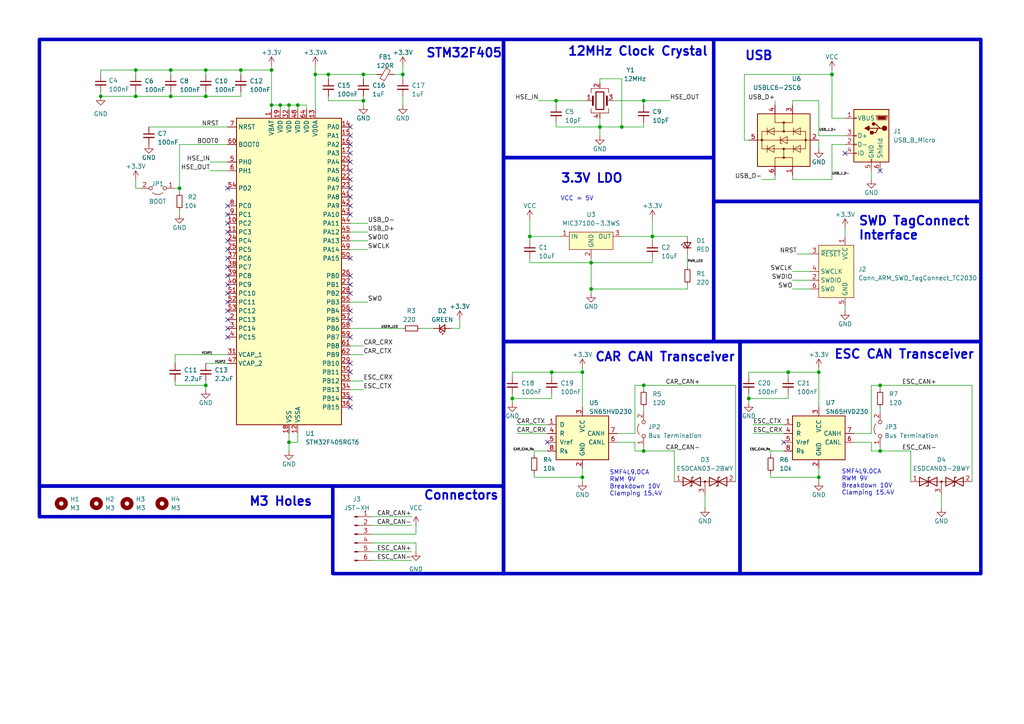
<source format=kicad_sch>
(kicad_sch (version 20250114) (generator "eeschema") (generator_version "9.0")
  (paper "A4")
  (lib_symbols
    (symbol "Connector:Conn_01x06_Pin" (pin_names (offset 1.016) (hide yes))
      (property "Reference" "J" (at 0 7.62 0))
      (property "Value" "Conn_01x06_Pin" (at 0 -10.16 0))
      (symbol "Conn_01x06_Pin_1_1"
        (pin passive line (at 5.08 5.08 180) (length 3.81) (name "Pin_1") (number "1"))
        (pin passive line (at 5.08 2.54 180) (length 3.81) (name "Pin_2") (number "2"))
        (pin passive line (at 5.08 0 180) (length 3.81) (name "Pin_3") (number "3"))
        (pin passive line (at 5.08 -2.54 180) (length 3.81) (name "Pin_4") (number "4"))
        (pin passive line (at 5.08 -5.08 180) (length 3.81) (name "Pin_5") (number "5"))
        (pin passive line (at 5.08 -7.62 180) (length 3.81) (name "Pin_6") (number "6"))
      )
    )
    (symbol "Connector:Conn_ARM_SWD_TagConnect_TC2030" (in_bom no)
      (property "Reference" "J" (at 2.54 11.43 0))
      (property "Value" "Conn_ARM_SWD_TagConnect_TC2030" (at 5.08 8.89 0))
      (symbol "Conn_ARM_SWD_TagConnect_TC2030_0_0"
        (pin power_in line (at -2.54 10.16 270) (length 2.54) (name "VCC") (number "1"))
        (pin power_in line (at -2.54 -10.16 90) (length 2.54) (name "GND") (number "5"))
        (pin open_collector line (at 7.62 5.08 180) (length 2.54) (name "~{RESET}") (number "3"))
        (pin output line (at 7.62 0 180) (length 2.54) (name "SWCLK") (number "4"))
        (pin bidirectional line (at 7.62 -2.54 180) (length 2.54) (name "SWDIO") (number "2"))
        (pin input line (at 7.62 -5.08 180) (length 2.54) (name "SWO") (number "6"))
      )
    )
    (symbol "Connector:USB_B_Micro" (pin_names (offset 1.016))
      (property "Reference" "J" (at -5.08 11.43 0))
      (property "Value" "USB_B_Micro" (at -5.08 8.89 0))
      (symbol "USB_B_Micro_1_1"
        (pin passive line (at -2.54 -10.16 90) (length 2.54) (name "Shield") (number "6"))
        (pin power_out line (at 0 -10.16 90) (length 2.54) (name "GND") (number "5"))
        (pin power_out line (at 7.62 5.08 180) (length 2.54) (name "VBUS") (number "1"))
        (pin bidirectional line (at 7.62 0 180) (length 2.54) (name "D+") (number "3"))
        (pin bidirectional line (at 7.62 -2.54 180) (length 2.54) (name "D-") (number "2"))
        (pin passive line (at 7.62 -5.08 180) (length 2.54) (name "ID") (number "4"))
      )
    )
    (symbol "Device:C_Small" (pin_numbers (hide yes)) (pin_names (offset 0.254) (hide yes))
      (property "Reference" "C" (at 0.254 1.778 0))
      (property "Value" "C_Small" (at 0.254 -2.032 0))
      (symbol "C_Small_1_1"
        (pin passive line (at 0 2.54 270) (length 2.032) (name "~") (number "1"))
        (pin passive line (at 0 -2.54 90) (length 2.032) (name "~") (number "2"))
      )
    )
    (symbol "Device:Crystal_GND24" (pin_names (offset 1.016) (hide yes))
      (property "Reference" "Y" (at 3.175 5.08 0))
      (property "Value" "Crystal_GND24" (at 3.175 3.175 0))
      (symbol "Crystal_GND24_1_1"
        (pin passive line (at -3.81 0 0) (length 1.27) (name "1") (number "1"))
        (pin passive line (at 0 5.08 270) (length 1.27) (name "2") (number "2"))
        (pin passive line (at 0 -5.08 90) (length 1.27) (name "4") (number "4"))
        (pin passive line (at 3.81 0 180) (length 1.27) (name "3") (number "3"))
      )
    )
    (symbol "Device:FerriteBead_Small" (pin_numbers (hide yes)) (pin_names (offset 0))
      (property "Reference" "FB" (at 1.905 1.27 0))
      (property "Value" "FerriteBead_Small" (at 1.905 -1.27 0))
      (symbol "FerriteBead_Small_1_1"
        (pin passive line (at 0 2.54 270) (length 1.27) (name "~") (number "1"))
        (pin passive line (at 0 -2.54 90) (length 1.27) (name "~") (number "2"))
      )
    )
    (symbol "Device:LED_Small" (pin_numbers (hide yes)) (pin_names (offset 0.254) (hide yes))
      (property "Reference" "D" (at -1.27 3.175 0))
      (property "Value" "LED_Small" (at -4.445 -2.54 0))
      (symbol "LED_Small_1_1"
        (pin passive line (at -2.54 0 0) (length 1.778) (name "K") (number "1"))
        (pin passive line (at 2.54 0 180) (length 1.778) (name "A") (number "2"))
      )
    )
    (symbol "Device:R_Small" (pin_numbers (hide yes)) (pin_names (offset 0.254) (hide yes))
      (property "Reference" "R" (at 0.762 0.508 0))
      (property "Value" "R_Small" (at 0.762 -1.016 0))
      (symbol "R_Small_1_1"
        (pin passive line (at 0 2.54 270) (length 0.762) (name "~") (number "1"))
        (pin passive line (at 0 -2.54 90) (length 0.762) (name "~") (number "2"))
      )
    )
    (symbol "Diodes:ESDCAN03-2BWY"
      (property "Reference" "D" (at 19.05 7.62 0))
      (property "Value" "ESDCAN03-2BWY" (at 19.05 5.08 0))
      (symbol "ESDCAN03-2BWY_1_1"
        (pin passive line (at -8.89 0 0) (length 2.54) (name "") (number "1"))
        (pin input line (at 0 -3.81 90) (length 2.54) (name "") (number "3"))
        (pin passive line (at 8.89 0 180) (length 2.54) (name "") (number "2"))
      )
    )
    (symbol "GND_1" (power) (pin_numbers (hide yes)) (pin_names (offset 0) (hide yes))
      (property "Value" "GND" (at 0 -3.81 0))
      (symbol "GND_1_1_1"
        (pin power_in line (at 0 0 270) (length 0) (name "~") (number "1"))
      )
    )
    (symbol "GND_3" (power) (pin_numbers (hide yes)) (pin_names (offset 0) (hide yes))
      (property "Value" "GND" (at 0 -3.81 0))
      (symbol "GND_3_1_1"
        (pin power_in line (at 0 0 270) (length 0) (name "~") (number "1"))
      )
    )
    (symbol "Interface_CAN_LIN:SN65HVD230" (pin_names (offset 1.016))
      (property "Reference" "U" (at -2.54 10.16 0))
      (property "Value" "SN65HVD230" (at -2.54 7.62 0))
      (symbol "SN65HVD230_1_1"
        (pin input line (at -10.16 2.54 0) (length 2.54) (name "D") (number "1"))
        (pin output line (at -10.16 0 0) (length 2.54) (name "R") (number "4"))
        (pin output line (at -10.16 -2.54 0) (length 2.54) (name "Vref") (number "5"))
        (pin input line (at -10.16 -5.08 0) (length 2.54) (name "Rs") (number "8"))
        (pin power_in line (at 0 7.62 270) (length 2.54) (name "VCC") (number "3"))
        (pin power_in line (at 0 -10.16 90) (length 2.54) (name "GND") (number "2"))
        (pin bidirectional line (at 10.16 0 180) (length 2.54) (name "CANH") (number "7"))
        (pin bidirectional line (at 10.16 -2.54 180) (length 2.54) (name "CANL") (number "6"))
      )
    )
    (symbol "Jumper:Jumper_2_Open" (pin_names (offset 0) (hide yes))
      (property "Reference" "JP" (at 0 2.794 0))
      (property "Value" "Jumper_2_Open" (at 0 -2.286 0))
      (symbol "Jumper_2_Open_1_1"
        (pin passive line (at -5.08 0 0) (length 2.54) (name "A") (number "1"))
        (pin passive line (at 5.08 0 180) (length 2.54) (name "B") (number "2"))
      )
    )
    (symbol "Library:MIC37100-3.3WS"
      (property "Reference" "U" (at 0 1.27 0))
      (property "Value" "MIC37100-3.3WS" (at 0 -1.27 0))
      (symbol "MIC37100-3.3WS_1_1"
        (pin power_in line (at -8.89 -3.81 0) (length 2.54) (name "IN") (number "1"))
        (pin power_in line (at 0 -10.16 90) (length 2.54) (name "GND") (number "2"))
        (pin power_out line (at 8.89 -3.81 180) (length 2.54) (name "OUT") (number "3"))
      )
    )
    (symbol "MCU_ST_STM32F4:STM32F405RGTx"
      (property "Reference" "U" (at -15.24 46.99 0))
      (property "Value" "STM32F405RGTx" (at 10.16 46.99 0))
      (symbol "STM32F405RGTx_1_1"
        (pin input line (at -17.78 43.18 0) (length 2.54) (name "NRST") (number "7"))
        (pin input line (at -17.78 38.1 0) (length 2.54) (name "BOOT0") (number "60"))
        (pin bidirectional line (at -17.78 33.02 0) (length 2.54) (name "PH0") (number "5"))
        (pin bidirectional line (at -17.78 30.48 0) (length 2.54) (name "PH1") (number "6"))
        (pin bidirectional line (at -17.78 25.4 0) (length 2.54) (name "PD2") (number "54"))
        (pin bidirectional line (at -17.78 20.32 0) (length 2.54) (name "PC0") (number "8"))
        (pin bidirectional line (at -17.78 17.78 0) (length 2.54) (name "PC1") (number "9"))
        (pin bidirectional line (at -17.78 15.24 0) (length 2.54) (name "PC2") (number "10"))
        (pin bidirectional line (at -17.78 12.7 0) (length 2.54) (name "PC3") (number "11"))
        (pin bidirectional line (at -17.78 10.16 0) (length 2.54) (name "PC4") (number "24"))
        (pin bidirectional line (at -17.78 7.62 0) (length 2.54) (name "PC5") (number "25"))
        (pin bidirectional line (at -17.78 5.08 0) (length 2.54) (name "PC6") (number "37"))
        (pin bidirectional line (at -17.78 2.54 0) (length 2.54) (name "PC7") (number "38"))
        (pin bidirectional line (at -17.78 0 0) (length 2.54) (name "PC8") (number "39"))
        (pin bidirectional line (at -17.78 -2.54 0) (length 2.54) (name "PC9") (number "40"))
        (pin bidirectional line (at -17.78 -5.08 0) (length 2.54) (name "PC10") (number "51"))
        (pin bidirectional line (at -17.78 -7.62 0) (length 2.54) (name "PC11") (number "52"))
        (pin bidirectional line (at -17.78 -10.16 0) (length 2.54) (name "PC12") (number "53"))
        (pin bidirectional line (at -17.78 -12.7 0) (length 2.54) (name "PC13") (number "2"))
        (pin bidirectional line (at -17.78 -15.24 0) (length 2.54) (name "PC14") (number "3"))
        (pin bidirectional line (at -17.78 -17.78 0) (length 2.54) (name "PC15") (number "4"))
        (pin power_out line (at -17.78 -22.86 0) (length 2.54) (name "VCAP_1") (number "31"))
        (pin power_out line (at -17.78 -25.4 0) (length 2.54) (name "VCAP_2") (number "47"))
        (pin power_in line (at -5.08 48.26 270) (length 2.54) (name "VBAT") (number "1"))
        (pin power_in line (at -2.54 48.26 270) (length 2.54) (name "VDD") (number "19"))
        (pin power_in line (at 0 48.26 270) (length 2.54) (name "VDD") (number "32"))
        (pin power_in line (at 0 -45.72 90) (length 2.54) (name "VSS") (number "18"))
        (pin passive line (at 0 -45.72 90) (length 2.54) (hide yes) (name "VSS") (number "63"))
        (pin power_in line (at 2.54 48.26 270) (length 2.54) (name "VDD") (number "48"))
        (pin power_in line (at 2.54 -45.72 90) (length 2.54) (name "VSSA") (number "12"))
        (pin power_in line (at 5.08 48.26 270) (length 2.54) (name "VDD") (number "64"))
        (pin power_in line (at 7.62 48.26 270) (length 2.54) (name "VDDA") (number "13"))
        (pin bidirectional line (at 17.78 43.18 180) (length 2.54) (name "PA0") (number "14"))
        (pin bidirectional line (at 17.78 40.64 180) (length 2.54) (name "PA1") (number "15"))
        (pin bidirectional line (at 17.78 38.1 180) (length 2.54) (name "PA2") (number "16"))
        (pin bidirectional line (at 17.78 35.56 180) (length 2.54) (name "PA3") (number "17"))
        (pin bidirectional line (at 17.78 33.02 180) (length 2.54) (name "PA4") (number "20"))
        (pin bidirectional line (at 17.78 30.48 180) (length 2.54) (name "PA5") (number "21"))
        (pin bidirectional line (at 17.78 27.94 180) (length 2.54) (name "PA6") (number "22"))
        (pin bidirectional line (at 17.78 25.4 180) (length 2.54) (name "PA7") (number "23"))
        (pin bidirectional line (at 17.78 22.86 180) (length 2.54) (name "PA8") (number "41"))
        (pin bidirectional line (at 17.78 20.32 180) (length 2.54) (name "PA9") (number "42"))
        (pin bidirectional line (at 17.78 17.78 180) (length 2.54) (name "PA10") (number "43"))
        (pin bidirectional line (at 17.78 15.24 180) (length 2.54) (name "PA11") (number "44"))
        (pin bidirectional line (at 17.78 12.7 180) (length 2.54) (name "PA12") (number "45"))
        (pin bidirectional line (at 17.78 10.16 180) (length 2.54) (name "PA13") (number "46"))
        (pin bidirectional line (at 17.78 7.62 180) (length 2.54) (name "PA14") (number "49"))
        (pin bidirectional line (at 17.78 5.08 180) (length 2.54) (name "PA15") (number "50"))
        (pin bidirectional line (at 17.78 0 180) (length 2.54) (name "PB0") (number "26"))
        (pin bidirectional line (at 17.78 -2.54 180) (length 2.54) (name "PB1") (number "27"))
        (pin bidirectional line (at 17.78 -5.08 180) (length 2.54) (name "PB2") (number "28"))
        (pin bidirectional line (at 17.78 -7.62 180) (length 2.54) (name "PB3") (number "55"))
        (pin bidirectional line (at 17.78 -10.16 180) (length 2.54) (name "PB4") (number "56"))
        (pin bidirectional line (at 17.78 -12.7 180) (length 2.54) (name "PB5") (number "57"))
        (pin bidirectional line (at 17.78 -15.24 180) (length 2.54) (name "PB6") (number "58"))
        (pin bidirectional line (at 17.78 -17.78 180) (length 2.54) (name "PB7") (number "59"))
        (pin bidirectional line (at 17.78 -20.32 180) (length 2.54) (name "PB8") (number "61"))
        (pin bidirectional line (at 17.78 -22.86 180) (length 2.54) (name "PB9") (number "62"))
        (pin bidirectional line (at 17.78 -25.4 180) (length 2.54) (name "PB10") (number "29"))
        (pin bidirectional line (at 17.78 -27.94 180) (length 2.54) (name "PB11") (number "30"))
        (pin bidirectional line (at 17.78 -30.48 180) (length 2.54) (name "PB12") (number "33"))
        (pin bidirectional line (at 17.78 -33.02 180) (length 2.54) (name "PB13") (number "34"))
        (pin bidirectional line (at 17.78 -35.56 180) (length 2.54) (name "PB14") (number "35"))
        (pin bidirectional line (at 17.78 -38.1 180) (length 2.54) (name "PB15") (number "36"))
      )
    )
    (symbol "Mechanical:MountingHole" (pin_names (offset 1.016))
      (property "Reference" "H" (at 0 5.08 0))
      (property "Value" "MountingHole" (at 0 3.175 0))
    )
    (symbol "Power_Protection:USBLC6-2SC6" (pin_names (hide yes))
      (property "Reference" "U" (at 2.54 8.89 0))
      (property "Value" "USBLC6-2SC6" (at 2.54 -8.89 0))
      (symbol "USBLC6-2SC6_1_1"
        (pin passive line (at -10.16 2.54 0) (length 2.54) (name "I/O1") (number "6"))
        (pin passive line (at -10.16 -2.54 0) (length 2.54) (name "I/O1") (number "1"))
        (pin passive line (at 0 10.16 270) (length 2.54) (name "VBUS") (number "5"))
        (pin passive line (at 0 -10.16 90) (length 2.54) (name "GND") (number "2"))
        (pin passive line (at 10.16 2.54 180) (length 2.54) (name "I/O2") (number "4"))
        (pin passive line (at 10.16 -2.54 180) (length 2.54) (name "I/O2") (number "3"))
      )
    )
    (symbol "VCC_2" (power) (pin_numbers (hide yes)) (pin_names (offset 0) (hide yes))
      (property "Value" "VCC" (at 0 3.556 0))
      (symbol "VCC_2_1_1"
        (pin power_in line (at 0 0 90) (length 0) (name "~") (number "1"))
      )
    )
    (symbol "power:+3.3V" (power) (pin_names (offset 0))
      (property "Value" "+3.3V" (at 0 3.556 0))
      (symbol "+3.3V_1_1"
        (pin power_in line (at 0 0 90) (length 0) (hide yes) (name "+3.3V") (number "1"))
      )
    )
    (symbol "power:+3.3VA" (power) (pin_names (offset 0))
      (property "Value" "+3.3VA" (at 0 3.556 0))
      (symbol "+3.3VA_1_1"
        (pin power_in line (at 0 0 90) (length 0) (hide yes) (name "+3.3VA") (number "1"))
      )
    )
    (symbol "power:GND" (power) (pin_names (offset 0))
      (property "Value" "GND" (at 0 -3.81 0))
      (symbol "GND_1_1"
        (pin power_in line (at 0 0 270) (length 0) (hide yes) (name "GND") (number "1"))
      )
    )
    (symbol "power:VCC" (power) (pin_names (offset 0))
      (property "Value" "VCC" (at 0 3.81 0))
      (symbol "VCC_1_1"
        (pin power_in line (at 0 0 90) (length 0) (hide yes) (name "VCC") (number "1"))
      )
    )
  )
  (rectangle (start 96.52 140.97) (end 146.05 166.37) (stroke (width 1.016)))
  (rectangle (start 11.43 11.43) (end 146.05 140.97) (stroke (width 1.016)))
  (rectangle (start 207.01 58.42) (end 284.48 99.06) (stroke (width 1.016)))
  (rectangle (start 146.05 99.06) (end 214.63 166.37) (stroke (width 1.016)))
  (rectangle (start 207.01 11.43) (end 284.48 58.42) (stroke (width 1.016)))
  (rectangle (start 214.63 99.06) (end 284.48 166.37) (stroke (width 1.016)))
  (rectangle (start 11.43 140.97) (end 96.52 149.86) (stroke (width 1.016)))
  (rectangle (start 146.05 45.72) (end 207.01 99.06) (stroke (width 1.016)))
  (rectangle (start 146.05 11.43) (end 207.01 45.72) (stroke (width 1.016)))
  (text "USB" (at 215.9 17.78 0) (effects (font (size 2.56 2.56) (thickness 0.512) (bold yes)) (justify left bottom)))
  (text "3.3V LDO" (at 162.56 53.34 0) (effects (font (size 2.56 2.56) (thickness 0.512) (bold yes)) (justify left bottom)))
  (text "M3 Holes" (at 72.136 147.066 0) (effects (font (size 2.56 2.56) (thickness 0.512) (bold yes)) (justify left bottom)))
  (text "CAR CAN Transceiver" (at 172.466 105.156 0) (effects (font (size 2.56 2.56) (thickness 0.512) (bold yes)) (justify left bottom)))
  (text "SMF4L9.0CA\nRWM 9V\nBreakdown 10V\nClamping 15.4V" (at 176.784 144.018 0) (effects (font (size 1.27 1.27)) (justify left bottom)))
  (text "Connectors" (at 144.78 145.288 0) (effects (font (size 2.56 2.56) (thickness 0.512) (bold yes)) (justify right bottom)))
  (text "SWD TagConnect\nInterface" (at 248.92 69.85 0) (effects (font (size 2.56 2.56) (thickness 0.512) (bold yes)) (justify left bottom)))
  (text "12MHz Clock Crystal" (at 205.486 16.51 0) (effects (font (size 2.56 2.56) (thickness 0.512) (bold yes)) (justify right bottom)))
  (text "VCC = 5V\n" (at 162.56 58.42 0) (effects (font (size 1.27 1.27)) (justify left bottom)))
  (text "SMF4L9.0CA\nRWM 9V\nBreakdown 10V\nClamping 15.4V" (at 244.094 143.764 0) (effects (font (size 1.27 1.27)) (justify left bottom)))
  (text "ESC CAN Transceiver" (at 241.808 104.394 0) (effects (font (size 2.56 2.56) (thickness 0.512) (bold yes)) (justify left bottom)))
  (text "STM32F405" (at 123.444 17.018 0) (effects (font (size 2.56 2.56) (thickness 0.512) (bold yes)) (justify left bottom)))
  (junction (at 186.69 111.76))
  (junction (at 105.41 29.21))
  (junction (at 171.45 76.2))
  (junction (at 49.53 27.94))
  (junction (at 86.36 30.48))
  (junction (at 161.29 29.21))
  (junction (at 237.49 138.43))
  (junction (at 255.27 111.76))
  (junction (at 217.17 115.57))
  (junction (at 49.53 20.32))
  (junction (at 59.69 111.76))
  (junction (at 69.85 20.32))
  (junction (at 228.6 107.95))
  (junction (at 81.28 30.48))
  (junction (at 171.45 83.82))
  (junction (at 83.82 128.27))
  (junction (at 173.99 36.83))
  (junction (at 59.69 27.94))
  (junction (at 255.27 130.81))
  (junction (at 168.91 138.43))
  (junction (at 148.59 115.57))
  (junction (at 95.25 21.59))
  (junction (at 39.37 27.94))
  (junction (at 78.74 30.48))
  (junction (at 186.69 130.81))
  (junction (at 59.69 20.32))
  (junction (at 78.74 20.32))
  (junction (at 237.49 107.95))
  (junction (at 189.23 68.58))
  (junction (at 39.37 20.32))
  (junction (at 105.41 21.59))
  (junction (at 153.67 68.58))
  (junction (at 91.44 21.59))
  (junction (at 52.07 54.61))
  (junction (at 83.82 30.48))
  (junction (at 160.02 107.95))
  (junction (at 29.21 27.94))
  (junction (at 186.69 29.21))
  (junction (at 180.34 36.83))
  (junction (at 116.84 21.59))
  (junction (at 241.3 21.59))
  (junction (at 168.91 107.95))
  (no_connect (at 66.04 95.25))
  (no_connect (at 66.04 97.79))
  (no_connect (at 101.6 54.61))
  (no_connect (at 245.11 44.45))
  (no_connect (at 66.04 92.71))
  (no_connect (at 66.04 67.31))
  (no_connect (at 66.04 82.55))
  (no_connect (at 66.04 62.23))
  (no_connect (at 101.6 115.57))
  (no_connect (at 66.04 69.85))
  (no_connect (at 66.04 54.61))
  (no_connect (at 101.6 59.69))
  (no_connect (at 101.6 85.09))
  (no_connect (at 66.04 77.47))
  (no_connect (at 101.6 82.55))
  (no_connect (at 66.04 74.93))
  (no_connect (at 101.6 105.41))
  (no_connect (at 255.27 49.53))
  (no_connect (at 101.6 118.11))
  (no_connect (at 227.33 128.27))
  (no_connect (at 101.6 57.15))
  (no_connect (at 101.6 97.79))
  (no_connect (at 66.04 85.09))
  (no_connect (at 101.6 36.83))
  (no_connect (at 101.6 49.53))
  (no_connect (at 66.04 80.01))
  (no_connect (at 66.04 72.39))
  (no_connect (at 101.6 74.93))
  (no_connect (at 101.6 39.37))
  (no_connect (at 158.75 128.27))
  (no_connect (at 66.04 64.77))
  (no_connect (at 101.6 80.01))
  (no_connect (at 101.6 44.45))
  (no_connect (at 101.6 92.71))
  (no_connect (at 101.6 62.23))
  (no_connect (at 101.6 52.07))
  (no_connect (at 66.04 59.69))
  (no_connect (at 101.6 107.95))
  (no_connect (at 101.6 90.17))
  (no_connect (at 66.04 87.63))
  (no_connect (at 101.6 41.91))
  (no_connect (at 101.6 46.99))
  (no_connect (at 66.04 90.17))
  (wire (pts (xy 245.11 34.29) (xy 241.3 34.29)))
  (wire (pts (xy 101.6 72.39) (xy 106.68 72.39)))
  (wire (pts (xy 83.82 128.27) (xy 86.36 128.27)))
  (wire (pts (xy 199.39 73.66) (xy 199.39 77.47)))
  (wire (pts (xy 189.23 63.5) (xy 189.23 68.58)))
  (wire (pts (xy 252.73 111.76) (xy 252.73 125.73)))
  (wire (pts (xy 184.15 125.73) (xy 179.07 125.73)))
  (wire (pts (xy 59.69 110.49) (xy 59.69 111.76)))
  (wire (pts (xy 59.69 20.32) (xy 69.85 20.32)))
  (wire (pts (xy 105.41 27.94) (xy 105.41 29.21)))
  (wire (pts (xy 171.45 85.09) (xy 171.45 83.82)))
  (wire (pts (xy 245.11 66.04) (xy 245.11 68.58)))
  (wire (pts (xy 171.45 76.2) (xy 171.45 83.82)))
  (wire (pts (xy 50.8 54.61) (xy 52.07 54.61)))
  (wire (pts (xy 160.02 107.95) (xy 168.91 107.95)))
  (wire (pts (xy 81.28 30.48) (xy 83.82 30.48)))
  (wire (pts (xy 60.96 46.99) (xy 66.04 46.99)))
  (wire (pts (xy 184.15 128.27) (xy 179.07 128.27)))
  (wire (pts (xy 49.53 20.32) (xy 59.69 20.32)))
  (wire (pts (xy 180.34 22.86) (xy 180.34 36.83)))
  (wire (pts (xy 189.23 74.93) (xy 189.23 76.2)))
  (wire (pts (xy 252.73 128.27) (xy 247.65 128.27)))
  (wire (pts (xy 153.67 68.58) (xy 162.56 68.58)))
  (wire (pts (xy 199.39 83.82) (xy 171.45 83.82)))
  (wire (pts (xy 173.99 22.86) (xy 173.99 24.13)))
  (wire (pts (xy 160.02 114.3) (xy 160.02 115.57)))
  (wire (pts (xy 148.59 114.3) (xy 148.59 115.57)))
  (wire (pts (xy 237.49 138.43) (xy 237.49 139.7)))
  (wire (pts (xy 237.49 106.68) (xy 237.49 107.95)))
  (wire (pts (xy 228.6 107.95) (xy 237.49 107.95)))
  (wire (pts (xy 237.49 29.21) (xy 237.49 39.37)))
  (wire (pts (xy 186.69 29.21) (xy 177.8 29.21)))
  (wire (pts (xy 264.16 130.81) (xy 264.16 139.7)))
  (wire (pts (xy 168.91 138.43) (xy 168.91 139.7)))
  (wire (pts (xy 215.9 40.64) (xy 215.9 21.59)))
  (wire (pts (xy 59.69 113.03) (xy 59.69 111.76)))
  (wire (pts (xy 224.79 29.21) (xy 224.79 30.48)))
  (wire (pts (xy 241.3 52.07) (xy 229.87 52.07)))
  (wire (pts (xy 101.6 95.25) (xy 116.84 95.25)))
  (wire (pts (xy 120.65 157.48) (xy 120.65 160.02)))
  (wire (pts (xy 228.6 109.22) (xy 228.6 107.95)))
  (wire (pts (xy 273.05 143.51) (xy 273.05 147.32)))
  (wire (pts (xy 184.15 111.76) (xy 186.69 111.76)))
  (wire (pts (xy 95.25 21.59) (xy 105.41 21.59)))
  (wire (pts (xy 186.69 129.54) (xy 186.69 130.81)))
  (wire (pts (xy 133.35 92.71) (xy 133.35 95.25)))
  (wire (pts (xy 107.95 162.56) (xy 119.38 162.56)))
  (wire (pts (xy 116.84 22.86) (xy 116.84 21.59)))
  (wire (pts (xy 107.95 154.94) (xy 120.65 154.94)))
  (wire (pts (xy 154.94 130.81) (xy 154.94 132.08)))
  (wire (pts (xy 161.29 30.48) (xy 161.29 29.21)))
  (wire (pts (xy 189.23 76.2) (xy 171.45 76.2)))
  (wire (pts (xy 161.29 36.83) (xy 173.99 36.83)))
  (wire (pts (xy 223.52 138.43) (xy 237.49 138.43)))
  (wire (pts (xy 195.58 130.81) (xy 195.58 139.7)))
  (wire (pts (xy 186.69 113.03) (xy 186.69 111.76)))
  (wire (pts (xy 213.36 139.7) (xy 213.36 111.76)))
  (wire (pts (xy 101.6 102.87) (xy 105.41 102.87)))
  (wire (pts (xy 101.6 110.49) (xy 105.41 110.49)))
  (wire (pts (xy 255.27 113.03) (xy 255.27 111.76)))
  (wire (pts (xy 255.27 130.81) (xy 264.16 130.81)))
  (wire (pts (xy 180.34 22.86) (xy 173.99 22.86)))
  (wire (pts (xy 29.21 26.67) (xy 29.21 27.94)))
  (wire (pts (xy 39.37 27.94) (xy 49.53 27.94)))
  (wire (pts (xy 91.44 19.05) (xy 91.44 21.59)))
  (wire (pts (xy 66.04 41.91) (xy 52.07 41.91)))
  (wire (pts (xy 39.37 26.67) (xy 39.37 27.94)))
  (wire (pts (xy 255.27 111.76) (xy 281.94 111.76)))
  (wire (pts (xy 101.6 100.33) (xy 105.41 100.33)))
  (wire (pts (xy 186.69 111.76) (xy 213.36 111.76)))
  (wire (pts (xy 101.6 67.31) (xy 106.68 67.31)))
  (wire (pts (xy 39.37 21.59) (xy 39.37 20.32)))
  (wire (pts (xy 148.59 107.95) (xy 160.02 107.95)))
  (wire (pts (xy 237.49 40.64) (xy 237.49 43.18)))
  (wire (pts (xy 49.53 21.59) (xy 49.53 20.32)))
  (wire (pts (xy 189.23 69.85) (xy 189.23 68.58)))
  (wire (pts (xy 49.53 27.94) (xy 59.69 27.94)))
  (wire (pts (xy 186.69 29.21) (xy 194.31 29.21)))
  (wire (pts (xy 101.6 87.63) (xy 106.68 87.63)))
  (wire (pts (xy 116.84 21.59) (xy 114.3 21.59)))
  (wire (pts (xy 220.98 52.07) (xy 224.79 52.07)))
  (wire (pts (xy 228.6 115.57) (xy 217.17 115.57)))
  (wire (pts (xy 218.44 125.73) (xy 227.33 125.73)))
  (wire (pts (xy 255.27 129.54) (xy 255.27 130.81)))
  (wire (pts (xy 101.6 113.03) (xy 105.41 113.03)))
  (wire (pts (xy 252.73 111.76) (xy 255.27 111.76)))
  (wire (pts (xy 173.99 36.83) (xy 173.99 39.37)))
  (wire (pts (xy 88.9 30.48) (xy 88.9 31.75)))
  (wire (pts (xy 39.37 52.07) (xy 39.37 54.61)))
  (wire (pts (xy 59.69 27.94) (xy 69.85 27.94)))
  (wire (pts (xy 168.91 135.89) (xy 168.91 138.43)))
  (wire (pts (xy 59.69 105.41) (xy 66.04 105.41)))
  (wire (pts (xy 50.8 111.76) (xy 59.69 111.76)))
  (wire (pts (xy 69.85 20.32) (xy 78.74 20.32)))
  (wire (pts (xy 78.74 30.48) (xy 78.74 31.75)))
  (wire (pts (xy 252.73 130.81) (xy 252.73 128.27)))
  (wire (pts (xy 160.02 115.57) (xy 148.59 115.57)))
  (wire (pts (xy 217.17 109.22) (xy 217.17 107.95)))
  (wire (pts (xy 116.84 27.94) (xy 116.84 30.48)))
  (wire (pts (xy 59.69 21.59) (xy 59.69 20.32)))
  (wire (pts (xy 116.84 19.05) (xy 116.84 21.59)))
  (wire (pts (xy 78.74 19.05) (xy 78.74 20.32)))
  (wire (pts (xy 186.69 30.48) (xy 186.69 29.21)))
  (wire (pts (xy 158.75 130.81) (xy 154.94 130.81)))
  (wire (pts (xy 83.82 30.48) (xy 83.82 31.75)))
  (wire (pts (xy 29.21 21.59) (xy 29.21 20.32)))
  (wire (pts (xy 154.94 137.16) (xy 154.94 138.43)))
  (wire (pts (xy 149.86 125.73) (xy 158.75 125.73)))
  (wire (pts (xy 149.86 123.19) (xy 158.75 123.19)))
  (wire (pts (xy 148.59 115.57) (xy 148.59 116.84)))
  (wire (pts (xy 199.39 83.82) (xy 199.39 82.55)))
  (wire (pts (xy 229.87 81.28) (xy 234.95 81.28)))
  (wire (pts (xy 105.41 29.21) (xy 105.41 30.48)))
  (wire (pts (xy 153.67 76.2) (xy 171.45 76.2)))
  (wire (pts (xy 184.15 130.81) (xy 184.15 128.27)))
  (wire (pts (xy 252.73 130.81) (xy 255.27 130.81)))
  (wire (pts (xy 52.07 55.88) (xy 52.07 54.61)))
  (wire (pts (xy 245.11 41.91) (xy 241.3 41.91)))
  (wire (pts (xy 228.6 114.3) (xy 228.6 115.57)))
  (wire (pts (xy 43.18 36.83) (xy 66.04 36.83)))
  (wire (pts (xy 101.6 69.85) (xy 106.68 69.85)))
  (wire (pts (xy 229.87 29.21) (xy 229.87 30.48)))
  (wire (pts (xy 39.37 20.32) (xy 49.53 20.32)))
  (wire (pts (xy 95.25 27.94) (xy 95.25 29.21)))
  (wire (pts (xy 223.52 137.16) (xy 223.52 138.43)))
  (wire (pts (xy 217.17 114.3) (xy 217.17 115.57)))
  (wire (pts (xy 229.87 29.21) (xy 237.49 29.21)))
  (wire (pts (xy 161.29 35.56) (xy 161.29 36.83)))
  (wire (pts (xy 50.8 102.87) (xy 66.04 102.87)))
  (wire (pts (xy 241.3 41.91) (xy 241.3 52.07)))
  (wire (pts (xy 95.25 29.21) (xy 105.41 29.21)))
  (wire (pts (xy 217.17 40.64) (xy 215.9 40.64)))
  (wire (pts (xy 245.11 88.9) (xy 245.11 90.17)))
  (wire (pts (xy 83.82 128.27) (xy 83.82 130.81)))
  (wire (pts (xy 218.44 123.19) (xy 227.33 123.19)))
  (wire (pts (xy 121.92 95.25) (xy 125.73 95.25)))
  (wire (pts (xy 231.14 73.66) (xy 234.95 73.66)))
  (wire (pts (xy 168.91 107.95) (xy 168.91 118.11)))
  (wire (pts (xy 60.96 49.53) (xy 66.04 49.53)))
  (wire (pts (xy 69.85 21.59) (xy 69.85 20.32)))
  (wire (pts (xy 229.87 83.82) (xy 234.95 83.82)))
  (wire (pts (xy 50.8 110.49) (xy 50.8 111.76)))
  (wire (pts (xy 78.74 20.32) (xy 78.74 30.48)))
  (wire (pts (xy 86.36 125.73) (xy 86.36 128.27)))
  (wire (pts (xy 252.73 125.73) (xy 247.65 125.73)))
  (wire (pts (xy 186.69 35.56) (xy 186.69 36.83)))
  (wire (pts (xy 105.41 22.86) (xy 105.41 21.59)))
  (wire (pts (xy 241.3 34.29) (xy 241.3 21.59)))
  (wire (pts (xy 78.74 30.48) (xy 81.28 30.48)))
  (wire (pts (xy 69.85 26.67) (xy 69.85 27.94)))
  (wire (pts (xy 229.87 50.8) (xy 229.87 52.07)))
  (wire (pts (xy 215.9 21.59) (xy 241.3 21.59)))
  (wire (pts (xy 184.15 111.76) (xy 184.15 125.73)))
  (wire (pts (xy 223.52 130.81) (xy 223.52 132.08)))
  (wire (pts (xy 29.21 27.94) (xy 39.37 27.94)))
  (wire (pts (xy 186.69 36.83) (xy 180.34 36.83)))
  (wire (pts (xy 186.69 130.81) (xy 195.58 130.81)))
  (wire (pts (xy 252.73 49.53) (xy 252.73 52.07)))
  (wire (pts (xy 101.6 64.77) (xy 106.68 64.77)))
  (wire (pts (xy 86.36 30.48) (xy 86.36 31.75)))
  (wire (pts (xy 237.49 135.89) (xy 237.49 138.43)))
  (wire (pts (xy 88.9 30.48) (xy 86.36 30.48)))
  (wire (pts (xy 204.47 143.51) (xy 204.47 147.32)))
  (wire (pts (xy 199.39 68.58) (xy 189.23 68.58)))
  (wire (pts (xy 255.27 118.11) (xy 255.27 119.38)))
  (wire (pts (xy 171.45 74.93) (xy 171.45 76.2)))
  (wire (pts (xy 49.53 26.67) (xy 49.53 27.94)))
  (wire (pts (xy 120.65 152.4) (xy 120.65 154.94)))
  (wire (pts (xy 186.69 118.11) (xy 186.69 119.38)))
  (wire (pts (xy 281.94 111.76) (xy 281.94 139.7)))
  (wire (pts (xy 107.95 149.86) (xy 119.38 149.86)))
  (wire (pts (xy 148.59 109.22) (xy 148.59 107.95)))
  (wire (pts (xy 217.17 115.57) (xy 217.17 116.84)))
  (wire (pts (xy 229.87 78.74) (xy 234.95 78.74)))
  (wire (pts (xy 161.29 29.21) (xy 170.18 29.21)))
  (wire (pts (xy 95.25 22.86) (xy 95.25 21.59)))
  (wire (pts (xy 241.3 21.59) (xy 241.3 20.32)))
  (wire (pts (xy 50.8 102.87) (xy 50.8 105.41)))
  (wire (pts (xy 52.07 60.96) (xy 52.07 62.23)))
  (wire (pts (xy 59.69 26.67) (xy 59.69 27.94)))
  (wire (pts (xy 39.37 54.61) (xy 40.64 54.61)))
  (wire (pts (xy 133.35 95.25) (xy 130.81 95.25)))
  (wire (pts (xy 91.44 21.59) (xy 91.44 31.75)))
  (wire (pts (xy 107.95 160.02) (xy 119.38 160.02)))
  (wire (pts (xy 95.25 21.59) (xy 91.44 21.59)))
  (wire (pts (xy 224.79 50.8) (xy 224.79 52.07)))
  (wire (pts (xy 29.21 20.32) (xy 39.37 20.32)))
  (wire (pts (xy 107.95 152.4) (xy 119.38 152.4)))
  (wire (pts (xy 107.95 157.48) (xy 120.65 157.48)))
  (wire (pts (xy 153.67 68.58) (xy 153.67 69.85)))
  (wire (pts (xy 180.34 36.83) (xy 173.99 36.83)))
  (wire (pts (xy 168.91 106.68) (xy 168.91 107.95)))
  (wire (pts (xy 153.67 74.93) (xy 153.67 76.2)))
  (wire (pts (xy 154.94 138.43) (xy 168.91 138.43)))
  (wire (pts (xy 83.82 125.73) (xy 83.82 128.27)))
  (wire (pts (xy 156.21 29.21) (xy 161.29 29.21)))
  (wire (pts (xy 160.02 109.22) (xy 160.02 107.95)))
  (wire (pts (xy 153.67 63.5) (xy 153.67 68.58)))
  (wire (pts (xy 173.99 34.29) (xy 173.99 36.83)))
  (wire (pts (xy 81.28 30.48) (xy 81.28 31.75)))
  (wire (pts (xy 237.49 39.37) (xy 245.11 39.37)))
  (wire (pts (xy 52.07 41.91) (xy 52.07 54.61)))
  (wire (pts (xy 217.17 107.95) (xy 228.6 107.95)))
  (wire (pts (xy 227.33 130.81) (xy 223.52 130.81)))
  (wire (pts (xy 237.49 107.95) (xy 237.49 118.11)))
  (wire (pts (xy 184.15 130.81) (xy 186.69 130.81)))
  (wire (pts (xy 180.34 68.58) (xy 189.23 68.58)))
  (wire (pts (xy 105.41 21.59) (xy 109.22 21.59)))
  (wire (pts (xy 83.82 30.48) (xy 86.36 30.48)))
  (label "USB_J_D+" (at 237.49 38.1 0) (effects (font (size 0.65 0.65))))
  (label "USB_D-" (at 106.68 64.77 0))
  (label "USB_D+" (at 224.79 29.21 180))
  (label "USER_LED" (at 110.49 95.25 0) (effects (font (size 0.65 0.65))))
  (label "SWDIO" (at 106.68 69.85 0))
  (label "HSE_IN" (at 60.96 46.99 180))
  (label "CAR_CAN_Rs" (at 154.94 130.81 180) (effects (font (size 0.65 0.65))))
  (label "ESC_CAN+" (at 261.62 111.76 0))
  (label "ESC_CTX" (at 105.41 113.03 0))
  (label "SWO" (at 106.68 87.63 0))
  (label "ESC_CAN-" (at 119.38 162.56 180))
  (label "SWO" (at 229.87 83.82 180))
  (label "CAR_CAN+" (at 119.38 149.86 180))
  (label "HSE_IN" (at 156.21 29.21 180))
  (label "VCAP1" (at 58.42 102.87 0) (effects (font (size 0.65 0.65))))
  (label "ESC_CRX" (at 218.44 125.73 0))
  (label "BOOT0" (at 57.15 41.91 0))
  (label "SWCLK" (at 229.87 78.74 180))
  (label "HSE_OUT" (at 194.31 29.21 0))
  (label "HSE_OUT" (at 60.96 49.53 180))
  (label "CAR_CAN+" (at 193.04 111.76 0))
  (label "SWDIO" (at 229.87 81.28 180))
  (label "ESC_CAN-" (at 261.62 130.81 0))
  (label "VCAP2" (at 62.23 105.41 0) (effects (font (size 0.65 0.65))))
  (label "CAR_CAN-" (at 193.04 130.81 0))
  (label "CAR_CTX" (at 149.86 123.19 0))
  (label "CAR_CRX" (at 149.86 125.73 0))
  (label "NRST" (at 231.14 73.66 180))
  (label "ESC_CAN_Rs" (at 223.52 130.81 180) (effects (font (size 0.65 0.65))))
  (label "PWR_LED" (at 199.39 76.2 0) (effects (font (size 0.65 0.65))))
  (label "CAR_CTX" (at 105.41 102.87 0))
  (label "ESC_CTX" (at 218.44 123.19 0))
  (label "USB_D-" (at 220.98 52.07 180))
  (label "USB_J_D-" (at 241.3 50.8 0) (effects (font (size 0.65 0.65))))
  (label "ESC_CRX" (at 105.41 110.49 0))
  (label "NRST" (at 63.5 36.83 180))
  (label "CAR_CRX" (at 105.41 100.33 0))
  (label "SWCLK" (at 106.68 72.39 0))
  (label "CAR_CAN-" (at 119.38 152.4 180))
  (label "ESC_CAN+" (at 119.38 160.02 180))
  (label "USB_D+" (at 106.68 67.31 0))
  (symbol (lib_id "Mechanical:MountingHole") (at 46.99 146.05 0) (unit 1)
    (property "Reference" "H4" (at 49.53 144.78 0) (effects (justify left)))
    (property "Value" "M3" (at 49.53 147.32 0) (effects (justify left)))
    (property "Footprint" "MountingHole:MountingHole_3.2mm_M3" (effects (hide yes)))
  )
  (symbol (lib_id "power:GND") (at 273.05 147.32 0) (unit 1)
    (property "Reference" "#PWR036" (effects (hide yes)))
    (property "Value" "GND" (at 273.05 151.13 0))
  )
  (symbol (lib_id "power:GND") (at 148.59 116.84 0) (unit 1)
    (property "Reference" "#PWR024" (effects (hide yes)))
    (property "Value" "GND" (at 148.59 120.65 0))
  )
  (symbol (lib_id "Device:C_Small") (at 59.69 24.13 0) (unit 1)
    (property "Reference" "C10" (at 62.23 23.5013 0) (effects (justify left)))
    (property "Value" "100nF" (at 62.23 26.0413 0) (effects (justify left)))
    (property "Footprint" "Capacitor_SMD:C_0603_1608Metric" (effects (hide yes)))
  )
  (symbol (lib_id "Device:C_Small") (at 228.6 111.76 0) (unit 1)
    (property "Reference" "C21" (at 231.14 111.1313 0) (effects (justify left)))
    (property "Value" "100nF" (at 231.14 113.6713 0) (effects (justify left)))
    (property "Footprint" "Capacitor_SMD:C_0603_1608Metric" (effects (hide yes)))
  )
  (symbol (lib_id "power:VCC") (at 153.67 63.5 0) (unit 1)
    (property "Reference" "#PWR01" (effects (hide yes)))
    (property "Value" "VCC" (at 153.67 59.69 0))
  )
  (symbol (lib_id "power:GND") (at 83.82 130.81 0) (unit 1)
    (property "Reference" "#PWR015" (effects (hide yes)))
    (property "Value" "GND" (at 83.82 134.62 0))
  )
  (symbol (lib_id "power:GND") (at 52.07 62.23 0) (unit 1)
    (property "Reference" "#PWR012" (effects (hide yes)))
    (property "Value" "GND" (at 52.07 66.04 0))
  )
  (symbol (lib_id "power:GND") (at 252.73 52.07 0) (unit 1)
    (property "Reference" "#PWR032" (effects (hide yes)))
    (property "Value" "GND" (at 252.73 55.88 0))
  )
  (symbol (lib_id "Device:C_Small") (at 43.18 39.37 0) (unit 1)
    (property "Reference" "C7" (at 45.72 38.7413 0) (effects (justify left)))
    (property "Value" "100nF" (at 45.72 41.2813 0) (effects (justify left)))
    (property "Footprint" "Capacitor_SMD:C_0603_1608Metric" (effects (hide yes)))
  )
  (symbol (lib_name "GND_1") (lib_id "power:GND") (at 29.21 27.94 0) (unit 1)
    (property "Reference" "#PWR03" (effects (hide yes)))
    (property "Value" "GND" (at 29.21 33.02 0))
    (property "Description" "Power symbol creates a global label with name \"GND\" , ground" (effects (hide yes)))
  )
  (symbol (lib_id "Diodes:ESDCAN03-2BWY") (at 204.47 139.7 0) (unit 1)
    (property "Reference" "D3" (at 204.47 133.35 0))
    (property "Value" "ESDCAN03-2BWY" (at 204.47 135.89 0))
    (property "Footprint" "SOT65P210X110-3N" (effects (hide yes)))
    (property "Datasheet" "https://www.mouser.de/datasheet/2/389/esdcan02-2bwy-954689.pdf" (effects (hide yes)))
    (property "Description" "ESD Suppressors / TVS Diodes Automotive dual-line Transil, Transient voltage suppressor (TVS) for CAN bus" (effects (hide yes)))
    (property "Height" "1.1" (effects (hide yes)))
    (property "Mouser Part Number" "511-ESDCAN03-2BWY" (effects (hide yes)))
    (property "Mouser Price/Stock" "https://www.mouser.co.uk/ProductDetail/STMicroelectronics/ESDCAN03-2BWY?qs=FqY30PPN9V2iiokjuqa22Q%3D%3D" (effects (hide yes)))
    (property "Manufacturer_Name" "STMicroelectronics" (effects (hide yes)))
    (property "Manufacturer_Part_Number" "ESDCAN03-2BWY" (effects (hide yes)))
  )
  (symbol (lib_id "power:GND") (at 43.18 41.91 0) (unit 1)
    (property "Reference" "#PWR09" (effects (hide yes)))
    (property "Value" "GND" (at 43.18 45.72 0))
  )
  (symbol (lib_id "power:GND") (at 237.49 43.18 0) (unit 1)
    (property "Reference" "#PWR029" (effects (hide yes)))
    (property "Value" "GND" (at 237.49 46.99 0))
  )
  (symbol (lib_id "Device:R_Small") (at 52.07 58.42 0) (mirror x) (unit 1)
    (property "Reference" "R2" (at 57.15 57.15 0) (effects (justify right)))
    (property "Value" "10k" (at 57.15 59.69 0) (effects (justify right)))
    (property "Footprint" "Resistor_SMD:R_0603_1608Metric" (effects (hide yes)))
  )
  (symbol (lib_id "Device:C_Small") (at 186.69 33.02 0) (unit 1)
    (property "Reference" "C9" (at 189.23 32.3913 0) (effects (justify left)))
    (property "Value" "10pF" (at 189.23 34.9313 0) (effects (justify left)))
    (property "Footprint" "Capacitor_SMD:C_0603_1608Metric" (effects (hide yes)))
  )
  (symbol (lib_id "Interface_CAN_LIN:SN65HVD230") (at 237.49 125.73 0) (unit 1)
    (property "Reference" "U7" (at 239.4459 116.84 0) (effects (justify left)))
    (property "Value" "SN65HVD230" (at 239.4459 119.38 0) (effects (justify left)))
    (property "Footprint" "Package_SO:SOIC-8_3.9x4.9mm_P1.27mm" (effects (hide yes)))
    (property "Datasheet" "http://www.ti.com/lit/ds/symlink/sn65hvd230.pdf" (effects (hide yes)))
  )
  (symbol (lib_id "Library:MIC37100-3.3WS") (at 171.45 64.77 0) (unit 1)
    (property "Reference" "U3" (at 171.45 62.23 0))
    (property "Value" "MIC37100-3.3WS" (at 171.45 64.77 0))
    (property "Footprint" "Package_TO_SOT_SMD:SOT-223-3_TabPin2" (effects (hide yes)))
  )
  (symbol (lib_id "power:GND") (at 237.49 139.7 0) (unit 1)
    (property "Reference" "#PWR035" (effects (hide yes)))
    (property "Value" "GND" (at 237.49 143.51 0))
  )
  (symbol (lib_id "Mechanical:MountingHole") (at 17.78 146.05 0) (unit 1)
    (property "Reference" "H1" (at 20.32 144.78 0) (effects (justify left)))
    (property "Value" "M3" (at 20.32 147.32 0) (effects (justify left)))
    (property "Footprint" "MountingHole:MountingHole_3.2mm_M3" (effects (hide yes)))
  )
  (symbol (lib_id "Connector:Conn_01x06_Pin") (at 102.87 154.94 0) (unit 1)
    (property "Reference" "J3" (at 103.505 144.78 0))
    (property "Value" "JST-XH" (at 103.505 147.32 0))
    (property "Footprint" "Connector_JST:JST_XH_B6B-XH-A_1x06_P2.50mm_Vertical" (effects (hide yes)))
    (property "Description" "Generic connector, single row, 01x06, script generated" (effects (hide yes)))
  )
  (symbol (lib_id "Mechanical:MountingHole") (at 27.94 146.05 0) (unit 1)
    (property "Reference" "H2" (at 30.48 144.78 0) (effects (justify left)))
    (property "Value" "M3" (at 30.48 147.32 0) (effects (justify left)))
    (property "Footprint" "MountingHole:MountingHole_3.2mm_M3" (effects (hide yes)))
  )
  (symbol (lib_id "power:VCC") (at 241.3 20.32 0) (unit 1)
    (property "Reference" "#PWR030" (effects (hide yes)))
    (property "Value" "VCC" (at 241.3 16.51 0))
  )
  (symbol (lib_id "Device:C_Small") (at 160.02 111.76 0) (unit 1)
    (property "Reference" "C19" (at 162.56 111.1313 0) (effects (justify left)))
    (property "Value" "100nF" (at 162.56 113.6713 0) (effects (justify left)))
    (property "Footprint" "Capacitor_SMD:C_0603_1608Metric" (effects (hide yes)))
  )
  (symbol (lib_id "Jumper:Jumper_2_Open") (at 186.69 124.46 90) (unit 1)
    (property "Reference" "JP2" (at 187.96 123.825 90) (effects (justify right)))
    (property "Value" "Bus Termination" (at 187.96 126.365 90) (effects (justify right)))
    (property "Footprint" "Connector_PinHeader_2.54mm:PinHeader_1x02_P2.54mm_Vertical" (effects (hide yes)))
  )
  (symbol (lib_id "Device:R_Small") (at 154.94 134.62 0) (unit 1)
    (property "Reference" "R4" (at 157.48 133.3499 0) (effects (justify left)))
    (property "Value" "10k" (at 157.48 135.8899 0) (effects (justify left)))
    (property "Footprint" "Resistor_SMD:R_0603_1608Metric" (effects (hide yes)))
  )
  (symbol (lib_id "Jumper:Jumper_2_Open") (at 45.72 54.61 180) (unit 1)
    (property "Reference" "JP1" (at 45.72 53.34 0))
    (property "Value" "BOOT" (at 45.72 58.42 0))
    (property "Footprint" "Connector_PinHeader_2.54mm:PinHeader_1x02_P2.54mm_Vertical" (effects (hide yes)))
  )
  (symbol (lib_id "Connector:Conn_ARM_SWD_TagConnect_TC2030") (at 242.57 78.74 0) (mirror y) (unit 1) (in_bom no)
    (property "Reference" "J2" (at 248.92 78.105 0) (effects (justify right)))
    (property "Value" "Conn_ARM_SWD_TagConnect_TC2030" (at 248.92 80.645 0) (effects (justify right)))
    (property "Footprint" "Connector:Tag-Connect_TC2030-IDC-NL_2x03_P1.27mm_Vertical" (effects (hide yes)))
    (property "Datasheet" "https://www.tag-connect.com/wp-content/uploads/bsk-pdf-manager/TC2030-CTX_1.pdf" (effects (hide yes)))
  )
  (symbol (lib_id "Device:C_Small") (at 189.23 72.39 0) (unit 1)
    (property "Reference" "C2" (at 191.77 71.7613 0) (effects (justify left)))
    (property "Value" "10uF" (at 191.77 74.3013 0) (effects (justify left)))
    (property "Footprint" "Capacitor_SMD:C_0603_1608Metric" (effects (hide yes)))
  )
  (symbol (lib_id "Device:FerriteBead_Small") (at 111.76 21.59 90) (unit 1)
    (property "Reference" "FB1" (at 111.7219 16.51 90))
    (property "Value" "120R" (at 111.7219 19.05 90))
    (property "Footprint" "Inductor_SMD:L_0603_1608Metric" (effects (hide yes)))
  )
  (symbol (lib_id "power:GND") (at 168.91 139.7 0) (unit 1)
    (property "Reference" "#PWR026" (effects (hide yes)))
    (property "Value" "GND" (at 168.91 143.51 0))
  )
  (symbol (lib_id "Device:C_Small") (at 50.8 107.95 0) (unit 1)
    (property "Reference" "C11" (at 53.34 107.3213 0) (effects (justify left)))
    (property "Value" "2.2uF" (at 53.34 109.8613 0) (effects (justify left)))
    (property "Footprint" "Capacitor_SMD:C_0603_1608Metric" (effects (hide yes)))
  )
  (symbol (lib_id "power:+3.3V") (at 116.84 19.05 0) (unit 1)
    (property "Reference" "#PWR019" (effects (hide yes)))
    (property "Value" "+3.3V" (at 116.84 15.24 0))
  )
  (symbol (lib_id "Connector:USB_B_Micro") (at 252.73 39.37 0) (mirror y) (unit 1)
    (property "Reference" "J1" (at 259.08 38.0999 0) (effects (justify right)))
    (property "Value" "USB_B_Micro" (at 259.08 40.6399 0) (effects (justify right)))
    (property "Footprint" "Connector_USB:USB_Micro-B_Molex-105017-0001" (effects (hide yes)))
  )
  (symbol (lib_id "Jumper:Jumper_2_Open") (at 255.27 124.46 90) (unit 1)
    (property "Reference" "JP3" (at 256.54 123.825 90) (effects (justify right)))
    (property "Value" "Bus Termination" (at 256.54 126.365 90) (effects (justify right)))
    (property "Footprint" "Connector_PinHeader_2.54mm:PinHeader_1x02_P2.54mm_Vertical" (effects (hide yes)))
  )
  (symbol (lib_id "Device:C_Small") (at 217.17 111.76 0) (unit 1)
    (property "Reference" "C20" (at 219.71 111.1313 0) (effects (justify left)))
    (property "Value" "100nF" (at 219.71 113.6713 0) (effects (justify left)))
    (property "Footprint" "Capacitor_SMD:C_0603_1608Metric" (effects (hide yes)))
  )
  (symbol (lib_id "Device:C_Small") (at 148.59 111.76 0) (unit 1)
    (property "Reference" "C18" (at 151.13 111.1313 0) (effects (justify left)))
    (property "Value" "100nF" (at 151.13 113.6713 0) (effects (justify left)))
    (property "Footprint" "Capacitor_SMD:C_0603_1608Metric" (effects (hide yes)))
  )
  (symbol (lib_id "Device:C_Small") (at 39.37 24.13 0) (unit 1)
    (property "Reference" "C6" (at 41.91 23.5013 0) (effects (justify left)))
    (property "Value" "100nF" (at 41.91 26.0413 0) (effects (justify left)))
    (property "Footprint" "Capacitor_SMD:C_0603_1608Metric" (effects (hide yes)))
  )
  (symbol (lib_id "Device:R_Small") (at 119.38 95.25 270) (unit 1)
    (property "Reference" "R3" (at 120.65 90.17 90) (effects (justify right)))
    (property "Value" "220" (at 120.65 92.71 90) (effects (justify right)))
    (property "Footprint" "Resistor_SMD:R_0603_1608Metric" (effects (hide yes)))
  )
  (symbol (lib_id "Device:Crystal_GND24") (at 173.99 29.21 0) (unit 1)
    (property "Reference" "Y1" (at 182.88 20.32 0))
    (property "Value" "12MHz" (at 184.15 22.86 0))
    (property "Footprint" "Crystal:Crystal_SMD_2520-4Pin_2.5x2.0mm" (effects (hide yes)))
  )
  (symbol (lib_id "power:+3.3V") (at 39.37 52.07 0) (unit 1)
    (property "Reference" "#PWR010" (effects (hide yes)))
    (property "Value" "+3.3V" (at 39.37 48.26 0))
  )
  (symbol (lib_id "Device:C_Small") (at 29.21 24.13 0) (unit 1)
    (property "Reference" "C4" (at 31.496 23.368 0) (effects (justify left)))
    (property "Value" "100nF" (at 31.496 25.908 0) (effects (justify left)))
    (property "Footprint" "Capacitor_SMD:C_0603_1608Metric" (effects (hide yes)))
  )
  (symbol (lib_id "power:+3.3V") (at 78.74 19.05 0) (unit 1)
    (property "Reference" "#PWR014" (effects (hide yes)))
    (property "Value" "+3.3V" (at 78.74 15.24 0))
  )
  (symbol (lib_id "Diodes:ESDCAN03-2BWY") (at 273.05 139.7 0) (unit 1)
    (property "Reference" "D4" (at 273.05 133.35 0))
    (property "Value" "ESDCAN03-2BWY" (at 273.05 135.89 0))
    (property "Footprint" "Diodes:SOT65P210X110-3N" (effects (hide yes)))
    (property "Datasheet" "https://www.mouser.de/datasheet/2/389/esdcan02-2bwy-954689.pdf" (effects (hide yes)))
    (property "Description" "ESD Suppressors / TVS Diodes Automotive dual-line Transil, Transient voltage suppressor (TVS) for CAN bus" (effects (hide yes)))
    (property "Height" "1.1" (effects (hide yes)))
    (property "Mouser Part Number" "511-ESDCAN03-2BWY" (effects (hide yes)))
    (property "Mouser Price/Stock" "https://www.mouser.co.uk/ProductDetail/STMicroelectronics/ESDCAN03-2BWY?qs=FqY30PPN9V2iiokjuqa22Q%3D%3D" (effects (hide yes)))
    (property "Manufacturer_Name" "STMicroelectronics" (effects (hide yes)))
    (property "Manufacturer_Part_Number" "ESDCAN03-2BWY" (effects (hide yes)))
  )
  (symbol (lib_id "Interface_CAN_LIN:SN65HVD230") (at 168.91 125.73 0) (unit 1)
    (property "Reference" "U5" (at 170.8659 116.84 0) (effects (justify left)))
    (property "Value" "SN65HVD230" (at 170.8659 119.38 0) (effects (justify left)))
    (property "Footprint" "Package_SO:SOIC-8_3.9x4.9mm_P1.27mm" (effects (hide yes)))
    (property "Datasheet" "http://www.ti.com/lit/ds/symlink/sn65hvd230.pdf" (effects (hide yes)))
  )
  (symbol (lib_name "GND_3") (lib_id "power:GND") (at 120.65 160.02 0) (unit 1)
    (property "Reference" "#PWR018" (effects (hide yes)))
    (property "Value" "GND" (at 120.65 165.1 0))
    (property "Description" "Power symbol creates a global label with name \"GND\" , ground" (effects (hide yes)))
  )
  (symbol (lib_id "Device:R_Small") (at 223.52 134.62 0) (unit 1)
    (property "Reference" "R6" (at 226.06 133.3499 0) (effects (justify left)))
    (property "Value" "10k" (at 226.06 135.8899 0) (effects (justify left)))
    (property "Footprint" "Resistor_SMD:R_0603_1608Metric" (effects (hide yes)))
  )
  (symbol (lib_id "power:GND") (at 204.47 147.32 0) (unit 1)
    (property "Reference" "#PWR031" (effects (hide yes)))
    (property "Value" "GND" (at 204.47 151.13 0))
  )
  (symbol (lib_id "power:+3.3V") (at 237.49 106.68 0) (unit 1)
    (property "Reference" "#PWR034" (effects (hide yes)))
    (property "Value" "+3.3V" (at 237.49 102.87 0))
  )
  (symbol (lib_id "Device:LED_Small") (at 199.39 71.12 90) (unit 1)
    (property "Reference" "D1" (at 201.93 69.7864 90) (effects (justify right)))
    (property "Value" "RED" (at 201.93 72.3264 90) (effects (justify right)))
    (property "Footprint" "LED_SMD:LED_0805_2012Metric" (effects (hide yes)))
  )
  (symbol (lib_id "power:GND") (at 116.84 30.48 0) (unit 1)
    (property "Reference" "#PWR020" (effects (hide yes)))
    (property "Value" "GND" (at 116.84 34.29 0))
  )
  (symbol (lib_id "Device:R_Small") (at 255.27 115.57 0) (unit 1)
    (property "Reference" "R7" (at 257.81 114.2999 0) (effects (justify left)))
    (property "Value" "120" (at 257.81 116.8399 0) (effects (justify left)))
    (property "Footprint" "Resistor_SMD:R_0603_1608Metric" (effects (hide yes)))
  )
  (symbol (lib_id "power:+3.3V") (at 133.35 92.71 0) (unit 1)
    (property "Reference" "#PWR023" (effects (hide yes)))
    (property "Value" "+3.3V" (at 133.35 88.9 0))
  )
  (symbol (lib_id "power:GND") (at 59.69 113.03 0) (unit 1)
    (property "Reference" "#PWR013" (effects (hide yes)))
    (property "Value" "GND" (at 59.69 116.84 0))
  )
  (symbol (lib_id "power:GND") (at 245.11 90.17 0) (unit 1)
    (property "Reference" "#PWR028" (effects (hide yes)))
    (property "Value" "GND" (at 245.11 93.98 0))
  )
  (symbol (lib_id "Device:C_Small") (at 105.41 25.4 0) (unit 1)
    (property "Reference" "C16" (at 107.95 24.7713 0) (effects (justify left)))
    (property "Value" "1uF" (at 107.95 27.3113 0) (effects (justify left)))
    (property "Footprint" "Capacitor_SMD:C_0603_1608Metric" (effects (hide yes)))
  )
  (symbol (lib_id "Device:C_Small") (at 59.69 107.95 0) (unit 1)
    (property "Reference" "C13" (at 62.23 107.3213 0) (effects (justify left)))
    (property "Value" "2.2uF" (at 62.23 109.8613 0) (effects (justify left)))
    (property "Footprint" "Capacitor_SMD:C_0603_1608Metric" (effects (hide yes)))
  )
  (symbol (lib_id "Mechanical:MountingHole") (at 36.83 146.05 0) (unit 1)
    (property "Reference" "H3" (at 39.37 144.78 0) (effects (justify left)))
    (property "Value" "M3" (at 39.37 147.32 0) (effects (justify left)))
    (property "Footprint" "MountingHole:MountingHole_3.2mm_M3" (effects (hide yes)))
  )
  (symbol (lib_id "Device:C_Small") (at 95.25 25.4 0) (unit 1)
    (property "Reference" "C15" (at 97.79 24.7713 0) (effects (justify left)))
    (property "Value" "100nF" (at 97.79 27.3113 0) (effects (justify left)))
    (property "Footprint" "Capacitor_SMD:C_0603_1608Metric" (effects (hide yes)))
  )
  (symbol (lib_id "power:+3.3V") (at 168.91 106.68 0) (unit 1)
    (property "Reference" "#PWR025" (effects (hide yes)))
    (property "Value" "+3.3V" (at 168.91 102.87 0))
  )
  (symbol (lib_id "Device:C_Small") (at 153.67 72.39 0) (unit 1)
    (property "Reference" "C1" (at 156.21 71.7613 0) (effects (justify left)))
    (property "Value" "10uF" (at 156.21 74.3013 0) (effects (justify left)))
    (property "Footprint" "Capacitor_SMD:C_0603_1608Metric" (effects (hide yes)))
  )
  (symbol (lib_id "Device:C_Small") (at 116.84 25.4 0) (unit 1)
    (property "Reference" "C17" (at 119.38 24.7713 0) (effects (justify left)))
    (property "Value" "1uF" (at 119.38 27.3113 0) (effects (justify left)))
    (property "Footprint" "Capacitor_SMD:C_0603_1608Metric" (effects (hide yes)))
  )
  (symbol (lib_id "Device:C_Small") (at 49.53 24.13 0) (unit 1)
    (property "Reference" "C8" (at 52.07 23.5013 0) (effects (justify left)))
    (property "Value" "100nF" (at 52.07 26.0413 0) (effects (justify left)))
    (property "Footprint" "Capacitor_SMD:C_0603_1608Metric" (effects (hide yes)))
  )
  (symbol (lib_id "Device:C_Small") (at 161.29 33.02 0) (unit 1)
    (property "Reference" "C5" (at 163.83 32.3913 0) (effects (justify left)))
    (property "Value" "10pF" (at 163.83 34.9313 0) (effects (justify left)))
    (property "Footprint" "Capacitor_SMD:C_0603_1608Metric" (effects (hide yes)))
  )
  (symbol (lib_id "MCU_ST_STM32F4:STM32F405RGTx") (at 83.82 80.01 0) (unit 1)
    (property "Reference" "U1" (at 88.5541 125.73 0) (effects (justify left)))
    (property "Value" "STM32F405RGT6" (at 88.5541 128.27 0) (effects (justify left)))
    (property "Footprint" "Package_QFP:LQFP-64_10x10mm_P0.5mm" (effects (hide yes)))
    (property "Datasheet" "https://www.st.com/resource/en/datasheet/stm32f405rg.pdf" (effects (hide yes)))
  )
  (symbol (lib_id "power:GND") (at 171.45 85.09 0) (unit 1)
    (property "Reference" "#PWR02" (effects (hide yes)))
    (property "Value" "GND" (at 171.45 88.9 0))
  )
  (symbol (lib_id "Power_Protection:USBLC6-2SC6") (at 227.33 40.64 90) (unit 1)
    (property "Reference" "U6" (at 232.41 22.86 90) (effects (justify left)))
    (property "Value" "USBLC6-2SC6" (at 232.41 25.4 90) (effects (justify left)))
    (property "Footprint" "Package_TO_SOT_SMD:SOT-23-6" (effects (hide yes)))
    (property "Datasheet" "https://www.st.com/resource/en/datasheet/usblc6-2.pdf" (effects (hide yes)))
  )
  (symbol (lib_id "Device:R_Small") (at 186.69 115.57 0) (unit 1)
    (property "Reference" "R5" (at 189.23 114.2999 0) (effects (justify left)))
    (property "Value" "120" (at 189.23 116.8399 0) (effects (justify left)))
    (property "Footprint" "Resistor_SMD:R_0603_1608Metric" (effects (hide yes)))
  )
  (symbol (lib_id "power:GND") (at 173.99 39.37 0) (unit 1)
    (property "Reference" "#PWR08" (effects (hide yes)))
    (property "Value" "GND" (at 173.99 43.18 0))
  )
  (symbol (lib_id "Device:LED_Small") (at 128.27 95.25 0) (mirror x) (unit 1)
    (property "Reference" "D2" (at 128.27 90.17 0))
    (property "Value" "GREEN" (at 128.27 92.71 0))
    (property "Footprint" "LED_SMD:LED_0805_2012Metric" (effects (hide yes)))
  )
  (symbol (lib_id "power:+3.3VA") (at 91.44 19.05 0) (unit 1)
    (property "Reference" "#PWR016" (effects (hide yes)))
    (property "Value" "+3.3VA" (at 91.44 15.24 0))
  )
  (symbol (lib_id "power:+3.3V") (at 189.23 63.5 0) (unit 1)
    (property "Reference" "#PWR07" (effects (hide yes)))
    (property "Value" "+3.3V" (at 189.23 59.69 0))
  )
  (symbol (lib_id "power:+3.3V") (at 245.11 66.04 0) (unit 1)
    (property "Reference" "#PWR027" (effects (hide yes)))
    (property "Value" "+3.3V" (at 245.11 62.23 0))
  )
  (symbol (lib_id "Device:R_Small") (at 199.39 80.01 0) (mirror y) (unit 1)
    (property "Reference" "R1" (at 201.93 79.375 0) (effects (justify right)))
    (property "Value" "220" (at 201.93 81.915 0) (effects (justify right)))
    (property "Footprint" "Resistor_SMD:R_0603_1608Metric" (effects (hide yes)))
  )
  (symbol (lib_id "power:GND") (at 105.41 30.48 0) (unit 1)
    (property "Reference" "#PWR017" (effects (hide yes)))
    (property "Value" "GND" (at 105.41 34.29 0))
  )
  (symbol (lib_id "power:GND") (at 217.17 116.84 0) (unit 1)
    (property "Reference" "#PWR033" (effects (hide yes)))
    (property "Value" "GND" (at 217.17 120.65 0))
  )
  (symbol (lib_name "VCC_2") (lib_id "power:VCC") (at 120.65 152.4 0) (unit 1)
    (property "Reference" "#PWR06" (effects (hide yes)))
    (property "Value" "VCC" (at 120.65 147.32 0))
    (property "Description" "Power symbol creates a global label with name \"VCC\"" (effects (hide yes)))
  )
  (symbol (lib_id "Device:C_Small") (at 69.85 24.13 0) (unit 1)
    (property "Reference" "C12" (at 72.39 23.5013 0) (effects (justify left)))
    (property "Value" "100nF" (at 72.39 26.0413 0) (effects (justify left)))
    (property "Footprint" "Capacitor_SMD:C_0603_1608Metric" (effects (hide yes)))
  )
)
</source>
